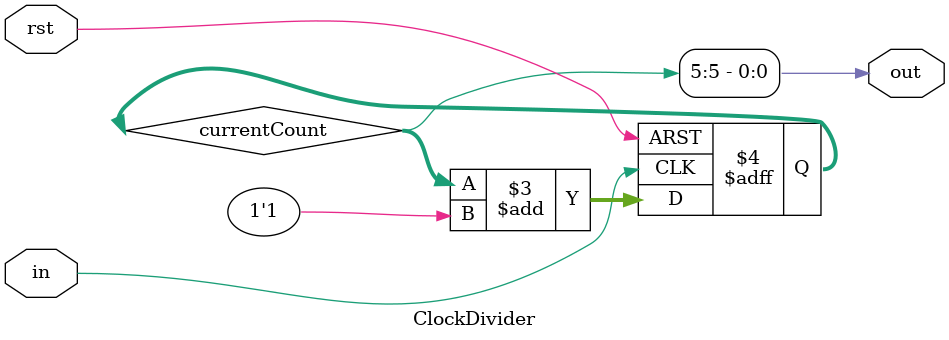
<source format=v>
module ClockDivider(in, out, rst);
    input in, rst;
    output out;

    reg [31:0] currentCount;

    assign out = currentCount[5];

    always @(posedge in, negedge rst)
    begin
        if (rst == 0) begin currentCount <= 0;end
        else currentCount <= currentCount + 1'b1;
    end

endmodule
</source>
